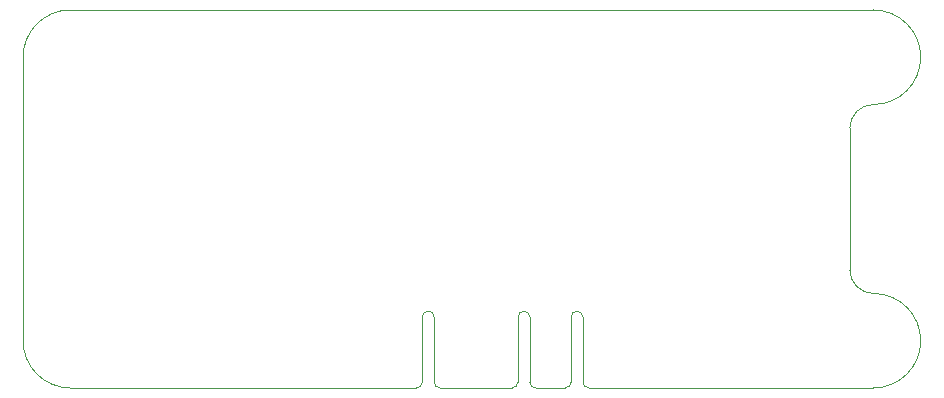
<source format=gm1>
G04 #@! TF.GenerationSoftware,KiCad,Pcbnew,8.0.1*
G04 #@! TF.CreationDate,2024-05-22T20:39:38+03:00*
G04 #@! TF.ProjectId,ESP32-C3_6_pico,45535033-322d-4433-935f-365f7069636f,rev?*
G04 #@! TF.SameCoordinates,Original*
G04 #@! TF.FileFunction,Profile,NP*
%FSLAX46Y46*%
G04 Gerber Fmt 4.6, Leading zero omitted, Abs format (unit mm)*
G04 Created by KiCad (PCBNEW 8.0.1) date 2024-05-22 20:39:38*
%MOMM*%
%LPD*%
G01*
G04 APERTURE LIST*
G04 #@! TA.AperFunction,Profile*
%ADD10C,0.100000*%
G04 #@! TD*
G04 APERTURE END LIST*
D10*
X184000000Y-108000000D02*
G75*
G02*
X182000000Y-106000000I0J2000000D01*
G01*
X145800000Y-110000000D02*
X145800000Y-115500000D01*
X146800000Y-110000000D02*
X146800000Y-115500000D01*
X116000000Y-84000000D02*
X116000000Y-84000000D01*
X153900000Y-110000000D02*
G75*
G02*
X154900000Y-110000000I500000J0D01*
G01*
X184000000Y-108000000D02*
G75*
G02*
X188000000Y-112000000I0J-4000000D01*
G01*
X182000000Y-94000000D02*
X182000000Y-106000000D01*
X145300000Y-116000000D02*
X116000000Y-116000000D01*
X184000000Y-84000000D02*
X184000000Y-84000000D01*
X158400000Y-110000000D02*
X158400000Y-115500000D01*
X153900000Y-110000000D02*
X153900000Y-115500000D01*
X147300000Y-116000000D02*
G75*
G02*
X146800000Y-115500000I0J500000D01*
G01*
X116000000Y-116000000D02*
G75*
G02*
X112000000Y-112000000I0J4000000D01*
G01*
X147300000Y-116000000D02*
X153400000Y-116000000D01*
X154900000Y-110000000D02*
X154900000Y-115500000D01*
X188000000Y-88000000D02*
G75*
G02*
X184000000Y-92000000I-4000000J0D01*
G01*
X159400000Y-110000000D02*
X159400000Y-115500000D01*
X159900000Y-116000000D02*
G75*
G02*
X159400000Y-115500000I0J500000D01*
G01*
X112000000Y-88000000D02*
G75*
G02*
X116000000Y-84000000I4000000J0D01*
G01*
X158400000Y-110000000D02*
G75*
G02*
X159400000Y-110000000I500000J0D01*
G01*
X145800000Y-110000000D02*
G75*
G02*
X146800000Y-110000000I500000J0D01*
G01*
X153900000Y-115500000D02*
G75*
G02*
X153400000Y-116000000I-500000J0D01*
G01*
X155400000Y-116000000D02*
X157900000Y-116000000D01*
X158400000Y-115500000D02*
G75*
G02*
X157900000Y-116000000I-500000J0D01*
G01*
X188000000Y-112000000D02*
G75*
G02*
X184000000Y-116000000I-4000000J0D01*
G01*
X155400000Y-116000000D02*
G75*
G02*
X154900000Y-115500000I0J500000D01*
G01*
X112000000Y-112000000D02*
X112000000Y-88000000D01*
X145800000Y-115500000D02*
G75*
G02*
X145300000Y-116000000I-500000J0D01*
G01*
X159900000Y-116000000D02*
X184000000Y-116000000D01*
X182000000Y-94000000D02*
G75*
G02*
X184000000Y-92000000I2000000J0D01*
G01*
X116000000Y-84000000D02*
X116000000Y-84000000D01*
X116000000Y-84000000D02*
X184000000Y-84000000D01*
X184000000Y-84000000D02*
G75*
G02*
X188000000Y-88000000I0J-4000000D01*
G01*
M02*

</source>
